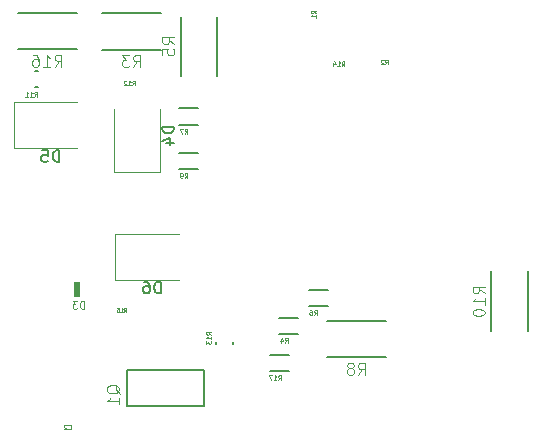
<source format=gbr>
%TF.GenerationSoftware,KiCad,Pcbnew,(5.1.9)-1*%
%TF.CreationDate,2021-03-01T12:10:23+05:30*%
%TF.ProjectId,Charger,43686172-6765-4722-9e6b-696361645f70,rev?*%
%TF.SameCoordinates,Original*%
%TF.FileFunction,Legend,Bot*%
%TF.FilePolarity,Positive*%
%FSLAX46Y46*%
G04 Gerber Fmt 4.6, Leading zero omitted, Abs format (unit mm)*
G04 Created by KiCad (PCBNEW (5.1.9)-1) date 2021-03-01 12:10:23*
%MOMM*%
%LPD*%
G01*
G04 APERTURE LIST*
%ADD10C,0.120000*%
%ADD11C,0.200000*%
%ADD12C,0.127000*%
%ADD13C,0.010000*%
%ADD14C,0.015000*%
%ADD15C,0.150000*%
G04 APERTURE END LIST*
D10*
%TO.C,D4*%
X95813000Y-40422000D02*
X95813000Y-45807000D01*
X95813000Y-45807000D02*
X91893000Y-45807000D01*
X91893000Y-45807000D02*
X91893000Y-40422000D01*
%TO.C,D5*%
X88762400Y-43793800D02*
X83377400Y-43793800D01*
X83377400Y-43793800D02*
X83377400Y-39873800D01*
X83377400Y-39873800D02*
X88762400Y-39873800D01*
%TO.C,D6*%
X91988000Y-50999000D02*
X97373000Y-50999000D01*
X91988000Y-54919000D02*
X91988000Y-50999000D01*
X97373000Y-54919000D02*
X91988000Y-54919000D01*
D11*
%TO.C,Q1*%
X93016000Y-62571500D02*
X93016000Y-65571500D01*
X93016000Y-65571500D02*
X99516000Y-65571500D01*
X99516000Y-65571500D02*
X99516000Y-62571500D01*
X99516000Y-62571500D02*
X93016000Y-62571500D01*
D12*
%TO.C,R3*%
X90845000Y-35423600D02*
X95845000Y-35423600D01*
X90845000Y-32343600D02*
X95845000Y-32343600D01*
%TO.C,R4*%
X105880000Y-59491000D02*
X107480000Y-59491000D01*
X105880000Y-58111000D02*
X107480000Y-58111000D01*
%TO.C,R5*%
X97545400Y-32628200D02*
X97545400Y-37628200D01*
X100625400Y-32628200D02*
X100625400Y-37628200D01*
%TO.C,R6*%
X108356000Y-55761500D02*
X109956000Y-55761500D01*
X108356000Y-57141500D02*
X109956000Y-57141500D01*
%TO.C,R7*%
X97396400Y-40407200D02*
X98996400Y-40407200D01*
X97396400Y-41787200D02*
X98996400Y-41787200D01*
%TO.C,R8*%
X109895000Y-61484000D02*
X114895000Y-61484000D01*
X109895000Y-58404000D02*
X114895000Y-58404000D01*
%TO.C,R9*%
X97396400Y-45546400D02*
X98996400Y-45546400D01*
X97396400Y-44166400D02*
X98996400Y-44166400D01*
%TO.C,R10*%
X126889000Y-54205500D02*
X126889000Y-59205500D01*
X123809000Y-54205500D02*
X123809000Y-59205500D01*
%TO.C,R11*%
X85198600Y-38622200D02*
X85438600Y-38622200D01*
X85198600Y-37222200D02*
X85438600Y-37222200D01*
%TO.C,R13*%
X101919000Y-60141500D02*
X101919000Y-60381500D01*
X100519000Y-60141500D02*
X100519000Y-60381500D01*
%TO.C,R16*%
X83707600Y-32318200D02*
X88707600Y-32318200D01*
X83707600Y-35398200D02*
X88707600Y-35398200D01*
%TO.C,R17*%
X105118000Y-61286000D02*
X106718000Y-61286000D01*
X105118000Y-62666000D02*
X106718000Y-62666000D01*
D13*
%TO.C,D3*%
G36*
X88528972Y-56314500D02*
G01*
X88954000Y-56314500D01*
X88954000Y-55064472D01*
X88528972Y-55064472D01*
X88528972Y-56314500D01*
G37*
X88528972Y-56314500D02*
X88954000Y-56314500D01*
X88954000Y-55064472D01*
X88528972Y-55064472D01*
X88528972Y-56314500D01*
%TO.C,C2*%
D14*
X88017616Y-67544107D02*
X88036364Y-67562855D01*
X88092607Y-67581602D01*
X88130102Y-67581602D01*
X88186345Y-67562855D01*
X88223841Y-67525359D01*
X88242588Y-67487864D01*
X88261336Y-67412873D01*
X88261336Y-67356630D01*
X88242588Y-67281640D01*
X88223841Y-67244144D01*
X88186345Y-67206649D01*
X88130102Y-67187901D01*
X88092607Y-67187901D01*
X88036364Y-67206649D01*
X88017616Y-67225397D01*
X87867635Y-67225397D02*
X87848887Y-67206649D01*
X87811392Y-67187901D01*
X87717654Y-67187901D01*
X87680158Y-67206649D01*
X87661411Y-67225397D01*
X87642663Y-67262892D01*
X87642663Y-67300387D01*
X87661411Y-67356630D01*
X87886383Y-67581602D01*
X87642663Y-67581602D01*
%TO.C,D4*%
D15*
X96955380Y-41933904D02*
X95955380Y-41933904D01*
X95955380Y-42172000D01*
X96003000Y-42314857D01*
X96098238Y-42410095D01*
X96193476Y-42457714D01*
X96383952Y-42505333D01*
X96526809Y-42505333D01*
X96717285Y-42457714D01*
X96812523Y-42410095D01*
X96907761Y-42314857D01*
X96955380Y-42172000D01*
X96955380Y-41933904D01*
X96288714Y-43362476D02*
X96955380Y-43362476D01*
X95907761Y-43124380D02*
X96622047Y-42886285D01*
X96622047Y-43505333D01*
%TO.C,D5*%
X87250495Y-44936180D02*
X87250495Y-43936180D01*
X87012400Y-43936180D01*
X86869542Y-43983800D01*
X86774304Y-44079038D01*
X86726685Y-44174276D01*
X86679066Y-44364752D01*
X86679066Y-44507609D01*
X86726685Y-44698085D01*
X86774304Y-44793323D01*
X86869542Y-44888561D01*
X87012400Y-44936180D01*
X87250495Y-44936180D01*
X85774304Y-43936180D02*
X86250495Y-43936180D01*
X86298114Y-44412371D01*
X86250495Y-44364752D01*
X86155257Y-44317133D01*
X85917161Y-44317133D01*
X85821923Y-44364752D01*
X85774304Y-44412371D01*
X85726685Y-44507609D01*
X85726685Y-44745704D01*
X85774304Y-44840942D01*
X85821923Y-44888561D01*
X85917161Y-44936180D01*
X86155257Y-44936180D01*
X86250495Y-44888561D01*
X86298114Y-44840942D01*
%TO.C,D6*%
X95861095Y-56061380D02*
X95861095Y-55061380D01*
X95623000Y-55061380D01*
X95480142Y-55109000D01*
X95384904Y-55204238D01*
X95337285Y-55299476D01*
X95289666Y-55489952D01*
X95289666Y-55632809D01*
X95337285Y-55823285D01*
X95384904Y-55918523D01*
X95480142Y-56013761D01*
X95623000Y-56061380D01*
X95861095Y-56061380D01*
X94432523Y-55061380D02*
X94623000Y-55061380D01*
X94718238Y-55109000D01*
X94765857Y-55156619D01*
X94861095Y-55299476D01*
X94908714Y-55489952D01*
X94908714Y-55870904D01*
X94861095Y-55966142D01*
X94813476Y-56013761D01*
X94718238Y-56061380D01*
X94527761Y-56061380D01*
X94432523Y-56013761D01*
X94384904Y-55966142D01*
X94337285Y-55870904D01*
X94337285Y-55632809D01*
X94384904Y-55537571D01*
X94432523Y-55489952D01*
X94527761Y-55442333D01*
X94718238Y-55442333D01*
X94813476Y-55489952D01*
X94861095Y-55537571D01*
X94908714Y-55632809D01*
%TO.C,Q1*%
D14*
X92371856Y-64552091D02*
X92324155Y-64456687D01*
X92228751Y-64361283D01*
X92085645Y-64218177D01*
X92037943Y-64122774D01*
X92037943Y-64027370D01*
X92276453Y-64075072D02*
X92228751Y-63979668D01*
X92133347Y-63884264D01*
X91942539Y-63836562D01*
X91608626Y-63836562D01*
X91417818Y-63884264D01*
X91322415Y-63979668D01*
X91274713Y-64075072D01*
X91274713Y-64265879D01*
X91322415Y-64361283D01*
X91417818Y-64456687D01*
X91608626Y-64504389D01*
X91942539Y-64504389D01*
X92133347Y-64456687D01*
X92228751Y-64361283D01*
X92276453Y-64265879D01*
X92276453Y-64075072D01*
X92276453Y-65458427D02*
X92276453Y-64886004D01*
X92276453Y-65172215D02*
X91274713Y-65172215D01*
X91417818Y-65076812D01*
X91513222Y-64981408D01*
X91560924Y-64886004D01*
%TO.C,R1*%
X108962602Y-32355383D02*
X108775126Y-32224149D01*
X108962602Y-32130411D02*
X108568901Y-32130411D01*
X108568901Y-32280392D01*
X108587649Y-32317887D01*
X108606397Y-32336635D01*
X108643892Y-32355383D01*
X108700135Y-32355383D01*
X108737630Y-32336635D01*
X108756378Y-32317887D01*
X108775126Y-32280392D01*
X108775126Y-32130411D01*
X108962602Y-32730336D02*
X108962602Y-32505364D01*
X108962602Y-32617850D02*
X108568901Y-32617850D01*
X108625144Y-32580355D01*
X108662640Y-32542859D01*
X108681387Y-32505364D01*
%TO.C,R2*%
X114846116Y-36681602D02*
X114977350Y-36494126D01*
X115071088Y-36681602D02*
X115071088Y-36287901D01*
X114921107Y-36287901D01*
X114883612Y-36306649D01*
X114864864Y-36325397D01*
X114846116Y-36362892D01*
X114846116Y-36419135D01*
X114864864Y-36456630D01*
X114883612Y-36475378D01*
X114921107Y-36494126D01*
X115071088Y-36494126D01*
X114696135Y-36325397D02*
X114677387Y-36306649D01*
X114639892Y-36287901D01*
X114546154Y-36287901D01*
X114508658Y-36306649D01*
X114489911Y-36325397D01*
X114471163Y-36362892D01*
X114471163Y-36400387D01*
X114489911Y-36456630D01*
X114714883Y-36681602D01*
X114471163Y-36681602D01*
%TO.C,R3*%
X93512249Y-36892615D02*
X93847417Y-36413804D01*
X94086822Y-36892615D02*
X94086822Y-35887111D01*
X93703773Y-35887111D01*
X93608011Y-35934993D01*
X93560130Y-35982874D01*
X93512249Y-36078636D01*
X93512249Y-36222279D01*
X93560130Y-36318042D01*
X93608011Y-36365923D01*
X93703773Y-36413804D01*
X94086822Y-36413804D01*
X93177081Y-35887111D02*
X92554626Y-35887111D01*
X92889794Y-36270161D01*
X92746150Y-36270161D01*
X92650388Y-36318042D01*
X92602507Y-36365923D01*
X92554626Y-36461685D01*
X92554626Y-36701091D01*
X92602507Y-36796853D01*
X92650388Y-36844734D01*
X92746150Y-36892615D01*
X93033437Y-36892615D01*
X93129199Y-36844734D01*
X93177081Y-36796853D01*
%TO.C,R4*%
X106343060Y-60238879D02*
X106481497Y-60041112D01*
X106580381Y-60238879D02*
X106580381Y-59823568D01*
X106422167Y-59823568D01*
X106382613Y-59843345D01*
X106362837Y-59863122D01*
X106343060Y-59902675D01*
X106343060Y-59962005D01*
X106362837Y-60001559D01*
X106382613Y-60021335D01*
X106422167Y-60041112D01*
X106580381Y-60041112D01*
X105987079Y-59962005D02*
X105987079Y-60238879D01*
X106085963Y-59803792D02*
X106184846Y-60100442D01*
X105927749Y-60100442D01*
%TO.C,R5*%
X96986125Y-34960281D02*
X96507314Y-34625113D01*
X96986125Y-34385707D02*
X95980621Y-34385707D01*
X95980621Y-34768756D01*
X96028503Y-34864518D01*
X96076384Y-34912399D01*
X96172146Y-34960281D01*
X96315789Y-34960281D01*
X96411552Y-34912399D01*
X96459433Y-34864518D01*
X96507314Y-34768756D01*
X96507314Y-34385707D01*
X95980621Y-35870022D02*
X95980621Y-35391211D01*
X96459433Y-35343330D01*
X96411552Y-35391211D01*
X96363671Y-35486973D01*
X96363671Y-35726379D01*
X96411552Y-35822141D01*
X96459433Y-35870022D01*
X96555195Y-35917903D01*
X96794601Y-35917903D01*
X96890363Y-35870022D01*
X96938244Y-35822141D01*
X96986125Y-35726379D01*
X96986125Y-35486973D01*
X96938244Y-35391211D01*
X96890363Y-35343330D01*
%TO.C,R6*%
X108819060Y-57889379D02*
X108957497Y-57691612D01*
X109056381Y-57889379D02*
X109056381Y-57474068D01*
X108898167Y-57474068D01*
X108858613Y-57493845D01*
X108838837Y-57513622D01*
X108819060Y-57553175D01*
X108819060Y-57612505D01*
X108838837Y-57652059D01*
X108858613Y-57671835D01*
X108898167Y-57691612D01*
X109056381Y-57691612D01*
X108463079Y-57474068D02*
X108542186Y-57474068D01*
X108581739Y-57493845D01*
X108601516Y-57513622D01*
X108641070Y-57572952D01*
X108660846Y-57652059D01*
X108660846Y-57810272D01*
X108641070Y-57849826D01*
X108621293Y-57869603D01*
X108581739Y-57889379D01*
X108502633Y-57889379D01*
X108463079Y-57869603D01*
X108443302Y-57849826D01*
X108423526Y-57810272D01*
X108423526Y-57711389D01*
X108443302Y-57671835D01*
X108463079Y-57652059D01*
X108502633Y-57632282D01*
X108581739Y-57632282D01*
X108621293Y-57652059D01*
X108641070Y-57671835D01*
X108660846Y-57711389D01*
%TO.C,R7*%
X97859460Y-42535079D02*
X97997897Y-42337312D01*
X98096781Y-42535079D02*
X98096781Y-42119768D01*
X97938567Y-42119768D01*
X97899013Y-42139545D01*
X97879237Y-42159322D01*
X97859460Y-42198875D01*
X97859460Y-42258205D01*
X97879237Y-42297759D01*
X97899013Y-42317535D01*
X97938567Y-42337312D01*
X98096781Y-42337312D01*
X97721023Y-42119768D02*
X97444149Y-42119768D01*
X97622139Y-42535079D01*
%TO.C,R8*%
X112562249Y-62953015D02*
X112897417Y-62474204D01*
X113136822Y-62953015D02*
X113136822Y-61947511D01*
X112753773Y-61947511D01*
X112658011Y-61995393D01*
X112610130Y-62043274D01*
X112562249Y-62139036D01*
X112562249Y-62282679D01*
X112610130Y-62378442D01*
X112658011Y-62426323D01*
X112753773Y-62474204D01*
X113136822Y-62474204D01*
X111987675Y-62378442D02*
X112083437Y-62330561D01*
X112131318Y-62282679D01*
X112179199Y-62186917D01*
X112179199Y-62139036D01*
X112131318Y-62043274D01*
X112083437Y-61995393D01*
X111987675Y-61947511D01*
X111796150Y-61947511D01*
X111700388Y-61995393D01*
X111652507Y-62043274D01*
X111604626Y-62139036D01*
X111604626Y-62186917D01*
X111652507Y-62282679D01*
X111700388Y-62330561D01*
X111796150Y-62378442D01*
X111987675Y-62378442D01*
X112083437Y-62426323D01*
X112131318Y-62474204D01*
X112179199Y-62569966D01*
X112179199Y-62761491D01*
X112131318Y-62857253D01*
X112083437Y-62905134D01*
X111987675Y-62953015D01*
X111796150Y-62953015D01*
X111700388Y-62905134D01*
X111652507Y-62857253D01*
X111604626Y-62761491D01*
X111604626Y-62569966D01*
X111652507Y-62474204D01*
X111700388Y-62426323D01*
X111796150Y-62378442D01*
%TO.C,R9*%
X97859460Y-46294279D02*
X97997897Y-46096512D01*
X98096781Y-46294279D02*
X98096781Y-45878968D01*
X97938567Y-45878968D01*
X97899013Y-45898745D01*
X97879237Y-45918522D01*
X97859460Y-45958075D01*
X97859460Y-46017405D01*
X97879237Y-46056959D01*
X97899013Y-46076735D01*
X97938567Y-46096512D01*
X98096781Y-46096512D01*
X97661693Y-46294279D02*
X97582586Y-46294279D01*
X97543033Y-46274503D01*
X97523256Y-46254726D01*
X97483702Y-46195396D01*
X97463926Y-46116289D01*
X97463926Y-45958075D01*
X97483702Y-45918522D01*
X97503479Y-45898745D01*
X97543033Y-45878968D01*
X97622139Y-45878968D01*
X97661693Y-45898745D01*
X97681470Y-45918522D01*
X97701246Y-45958075D01*
X97701246Y-46056959D01*
X97681470Y-46096512D01*
X97661693Y-46116289D01*
X97622139Y-46136066D01*
X97543033Y-46136066D01*
X97503479Y-46116289D01*
X97483702Y-46096512D01*
X97463926Y-46056959D01*
%TO.C,R10*%
X123249725Y-56058769D02*
X122770914Y-55723601D01*
X123249725Y-55484195D02*
X122244221Y-55484195D01*
X122244221Y-55867245D01*
X122292103Y-55963007D01*
X122339984Y-56010888D01*
X122435746Y-56058769D01*
X122579389Y-56058769D01*
X122675152Y-56010888D01*
X122723033Y-55963007D01*
X122770914Y-55867245D01*
X122770914Y-55484195D01*
X123249725Y-57016392D02*
X123249725Y-56441818D01*
X123249725Y-56729105D02*
X122244221Y-56729105D01*
X122387865Y-56633343D01*
X122483627Y-56537581D01*
X122531508Y-56441818D01*
X122244221Y-57638847D02*
X122244221Y-57734609D01*
X122292103Y-57830371D01*
X122339984Y-57878253D01*
X122435746Y-57926134D01*
X122627271Y-57974015D01*
X122866676Y-57974015D01*
X123058201Y-57926134D01*
X123153963Y-57878253D01*
X123201844Y-57830371D01*
X123249725Y-57734609D01*
X123249725Y-57638847D01*
X123201844Y-57543085D01*
X123153963Y-57495203D01*
X123058201Y-57447322D01*
X122866676Y-57399441D01*
X122627271Y-57399441D01*
X122435746Y-57447322D01*
X122339984Y-57495203D01*
X122292103Y-57543085D01*
X122244221Y-57638847D01*
%TO.C,R11*%
X85131693Y-39400302D02*
X85262927Y-39212826D01*
X85356665Y-39400302D02*
X85356665Y-39006601D01*
X85206684Y-39006601D01*
X85169188Y-39025349D01*
X85150441Y-39044097D01*
X85131693Y-39081592D01*
X85131693Y-39137835D01*
X85150441Y-39175330D01*
X85169188Y-39194078D01*
X85206684Y-39212826D01*
X85356665Y-39212826D01*
X84756740Y-39400302D02*
X84981712Y-39400302D01*
X84869226Y-39400302D02*
X84869226Y-39006601D01*
X84906721Y-39062844D01*
X84944216Y-39100340D01*
X84981712Y-39119087D01*
X84381786Y-39400302D02*
X84606758Y-39400302D01*
X84494272Y-39400302D02*
X84494272Y-39006601D01*
X84531768Y-39062844D01*
X84569263Y-39100340D01*
X84606758Y-39119087D01*
%TO.C,R12*%
X93443593Y-38459602D02*
X93574827Y-38272126D01*
X93668565Y-38459602D02*
X93668565Y-38065901D01*
X93518584Y-38065901D01*
X93481088Y-38084649D01*
X93462341Y-38103397D01*
X93443593Y-38140892D01*
X93443593Y-38197135D01*
X93462341Y-38234630D01*
X93481088Y-38253378D01*
X93518584Y-38272126D01*
X93668565Y-38272126D01*
X93068640Y-38459602D02*
X93293612Y-38459602D01*
X93181126Y-38459602D02*
X93181126Y-38065901D01*
X93218621Y-38122144D01*
X93256116Y-38159640D01*
X93293612Y-38178387D01*
X92918658Y-38103397D02*
X92899911Y-38084649D01*
X92862415Y-38065901D01*
X92768677Y-38065901D01*
X92731182Y-38084649D01*
X92712434Y-38103397D01*
X92693686Y-38140892D01*
X92693686Y-38178387D01*
X92712434Y-38234630D01*
X92937406Y-38459602D01*
X92693686Y-38459602D01*
%TO.C,R13*%
X100097102Y-59568406D02*
X99909626Y-59437172D01*
X100097102Y-59343434D02*
X99703401Y-59343434D01*
X99703401Y-59493415D01*
X99722149Y-59530911D01*
X99740897Y-59549658D01*
X99778392Y-59568406D01*
X99834635Y-59568406D01*
X99872130Y-59549658D01*
X99890878Y-59530911D01*
X99909626Y-59493415D01*
X99909626Y-59343434D01*
X100097102Y-59943359D02*
X100097102Y-59718387D01*
X100097102Y-59830873D02*
X99703401Y-59830873D01*
X99759644Y-59793378D01*
X99797140Y-59755883D01*
X99815887Y-59718387D01*
X99703401Y-60074593D02*
X99703401Y-60318313D01*
X99853383Y-60187079D01*
X99853383Y-60243322D01*
X99872130Y-60280817D01*
X99890878Y-60299565D01*
X99928373Y-60318313D01*
X100022112Y-60318313D01*
X100059607Y-60299565D01*
X100078355Y-60280817D01*
X100097102Y-60243322D01*
X100097102Y-60130836D01*
X100078355Y-60093341D01*
X100059607Y-60074593D01*
%TO.C,R14*%
X111160093Y-36808602D02*
X111291327Y-36621126D01*
X111385065Y-36808602D02*
X111385065Y-36414901D01*
X111235084Y-36414901D01*
X111197588Y-36433649D01*
X111178841Y-36452397D01*
X111160093Y-36489892D01*
X111160093Y-36546135D01*
X111178841Y-36583630D01*
X111197588Y-36602378D01*
X111235084Y-36621126D01*
X111385065Y-36621126D01*
X110785140Y-36808602D02*
X111010112Y-36808602D01*
X110897626Y-36808602D02*
X110897626Y-36414901D01*
X110935121Y-36471144D01*
X110972616Y-36508640D01*
X111010112Y-36527387D01*
X110447682Y-36546135D02*
X110447682Y-36808602D01*
X110541420Y-36396154D02*
X110635158Y-36677369D01*
X110391439Y-36677369D01*
%TO.C,R15*%
X92733237Y-57612925D02*
X92840345Y-57459914D01*
X92916851Y-57612925D02*
X92916851Y-57291601D01*
X92794442Y-57291601D01*
X92763839Y-57306903D01*
X92748538Y-57322204D01*
X92733237Y-57352806D01*
X92733237Y-57398709D01*
X92748538Y-57429312D01*
X92763839Y-57444613D01*
X92794442Y-57459914D01*
X92916851Y-57459914D01*
X92427214Y-57612925D02*
X92610828Y-57612925D01*
X92519021Y-57612925D02*
X92519021Y-57291601D01*
X92549623Y-57337505D01*
X92580226Y-57368107D01*
X92610828Y-57383408D01*
X92136492Y-57291601D02*
X92289504Y-57291601D01*
X92304805Y-57444613D01*
X92289504Y-57429312D01*
X92258902Y-57414011D01*
X92182396Y-57414011D01*
X92151794Y-57429312D01*
X92136492Y-57444613D01*
X92121191Y-57475215D01*
X92121191Y-57551721D01*
X92136492Y-57582323D01*
X92151794Y-57597624D01*
X92182396Y-57612925D01*
X92258902Y-57612925D01*
X92289504Y-57597624D01*
X92304805Y-57582323D01*
%TO.C,R16*%
X86853660Y-36867215D02*
X87188828Y-36388404D01*
X87428234Y-36867215D02*
X87428234Y-35861711D01*
X87045185Y-35861711D01*
X86949422Y-35909593D01*
X86901541Y-35957474D01*
X86853660Y-36053236D01*
X86853660Y-36196879D01*
X86901541Y-36292642D01*
X86949422Y-36340523D01*
X87045185Y-36388404D01*
X87428234Y-36388404D01*
X85896037Y-36867215D02*
X86470611Y-36867215D01*
X86183324Y-36867215D02*
X86183324Y-35861711D01*
X86279086Y-36005355D01*
X86374849Y-36101117D01*
X86470611Y-36148998D01*
X85034177Y-35861711D02*
X85225701Y-35861711D01*
X85321463Y-35909593D01*
X85369345Y-35957474D01*
X85465107Y-36101117D01*
X85512988Y-36292642D01*
X85512988Y-36675691D01*
X85465107Y-36771453D01*
X85417226Y-36819334D01*
X85321463Y-36867215D01*
X85129939Y-36867215D01*
X85034177Y-36819334D01*
X84986295Y-36771453D01*
X84938414Y-36675691D01*
X84938414Y-36436285D01*
X84986295Y-36340523D01*
X85034177Y-36292642D01*
X85129939Y-36244761D01*
X85321463Y-36244761D01*
X85417226Y-36292642D01*
X85465107Y-36340523D01*
X85512988Y-36436285D01*
%TO.C,R17*%
X105778827Y-63413879D02*
X105917264Y-63216112D01*
X106016148Y-63413879D02*
X106016148Y-62998568D01*
X105857934Y-62998568D01*
X105818381Y-63018345D01*
X105798604Y-63038122D01*
X105778827Y-63077675D01*
X105778827Y-63137005D01*
X105798604Y-63176559D01*
X105818381Y-63196335D01*
X105857934Y-63216112D01*
X106016148Y-63216112D01*
X105383293Y-63413879D02*
X105620613Y-63413879D01*
X105501953Y-63413879D02*
X105501953Y-62998568D01*
X105541507Y-63057898D01*
X105581060Y-63097452D01*
X105620613Y-63117229D01*
X105244856Y-62998568D02*
X104967982Y-62998568D01*
X105145972Y-63413879D01*
%TO.C,D3*%
X89358705Y-57358094D02*
X89358705Y-56717068D01*
X89206080Y-56717068D01*
X89114504Y-56747594D01*
X89053454Y-56808644D01*
X89022929Y-56869694D01*
X88992404Y-56991794D01*
X88992404Y-57083369D01*
X89022929Y-57205469D01*
X89053454Y-57266519D01*
X89114504Y-57327569D01*
X89206080Y-57358094D01*
X89358705Y-57358094D01*
X88778729Y-56717068D02*
X88381903Y-56717068D01*
X88595579Y-56961269D01*
X88504003Y-56961269D01*
X88442953Y-56991794D01*
X88412428Y-57022319D01*
X88381903Y-57083369D01*
X88381903Y-57235994D01*
X88412428Y-57297044D01*
X88442953Y-57327569D01*
X88504003Y-57358094D01*
X88687154Y-57358094D01*
X88748204Y-57327569D01*
X88778729Y-57297044D01*
%TD*%
M02*

</source>
